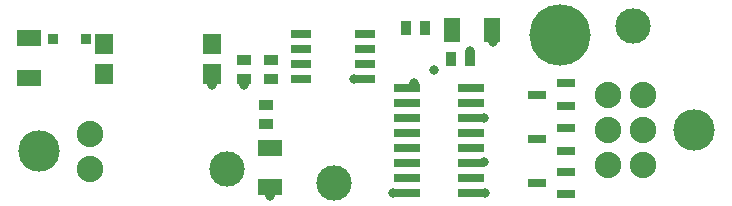
<source format=gts>
G04*
G04 #@! TF.GenerationSoftware,Altium Limited,Altium Designer,20.1.8 (145)*
G04*
G04 Layer_Color=8388736*
%FSLAX25Y25*%
%MOIN*%
G70*
G04*
G04 #@! TF.SameCoordinates,21E5CCAA-87AA-48E4-8A7B-6489D773F89B*
G04*
G04*
G04 #@! TF.FilePolarity,Negative*
G04*
G01*
G75*
%ADD14R,0.03800X0.04800*%
%ADD15R,0.03800X0.03800*%
%ADD16C,0.11811*%
%ADD17R,0.06312X0.03162*%
%ADD18R,0.05918X0.06706*%
%ADD19R,0.05500X0.07900*%
%ADD20R,0.06902X0.03162*%
%ADD21R,0.07900X0.05500*%
%ADD22R,0.04800X0.03800*%
%ADD23R,0.08674X0.03162*%
%ADD24C,0.08800*%
%ADD25C,0.13811*%
%ADD26C,0.20472*%
%ADD27C,0.03162*%
D14*
X208687Y419685D02*
D03*
X214935D02*
D03*
X229895Y409449D02*
D03*
X223648D02*
D03*
D15*
X101945Y416142D02*
D03*
X90945D02*
D03*
D16*
X284252Y420472D02*
D03*
X148819Y372835D02*
D03*
X184646Y368110D02*
D03*
D17*
X252362Y382677D02*
D03*
X261811Y386417D02*
D03*
Y378937D02*
D03*
X261811Y364343D02*
D03*
X261811Y371823D02*
D03*
X252362Y368083D02*
D03*
X261811Y393898D02*
D03*
Y401378D02*
D03*
X252362Y397638D02*
D03*
D18*
X144095Y404449D02*
D03*
Y414449D02*
D03*
X107874Y404449D02*
D03*
Y414449D02*
D03*
D19*
X224100Y419291D02*
D03*
X237317Y419291D02*
D03*
D20*
X194882Y402874D02*
D03*
Y407874D02*
D03*
Y412874D02*
D03*
Y417874D02*
D03*
X173622Y402874D02*
D03*
Y407874D02*
D03*
Y412874D02*
D03*
X173622Y417874D02*
D03*
D21*
X83071Y416451D02*
D03*
Y403234D02*
D03*
X163386Y379921D02*
D03*
Y366705D02*
D03*
D22*
X161811Y387821D02*
D03*
Y394069D02*
D03*
X163779Y402808D02*
D03*
Y409055D02*
D03*
X154724D02*
D03*
Y402808D02*
D03*
D23*
X209055Y364921D02*
D03*
Y369921D02*
D03*
Y374921D02*
D03*
Y379921D02*
D03*
Y384921D02*
D03*
Y389921D02*
D03*
Y394921D02*
D03*
Y399921D02*
D03*
X230315Y364921D02*
D03*
X230315Y369921D02*
D03*
Y374921D02*
D03*
X230315Y379921D02*
D03*
Y384921D02*
D03*
Y389921D02*
D03*
X230315Y394921D02*
D03*
Y399921D02*
D03*
D24*
X103220Y384646D02*
D03*
Y372835D02*
D03*
X287795Y374016D02*
D03*
X275976D02*
D03*
X275976Y385827D02*
D03*
X275976Y397638D02*
D03*
X287795Y385827D02*
D03*
X287795Y397638D02*
D03*
D25*
X86221Y378740D02*
D03*
X304795Y385827D02*
D03*
D26*
X259842Y417323D02*
D03*
D27*
X234763Y389891D02*
D03*
X234768Y375062D02*
D03*
X234878Y364924D02*
D03*
X229917Y412018D02*
D03*
X237495Y415075D02*
D03*
X144009Y400792D02*
D03*
X204331Y364961D02*
D03*
X218110Y405905D02*
D03*
X211417Y401575D02*
D03*
X191236Y402912D02*
D03*
X154724Y400787D02*
D03*
X163227Y363702D02*
D03*
M02*

</source>
